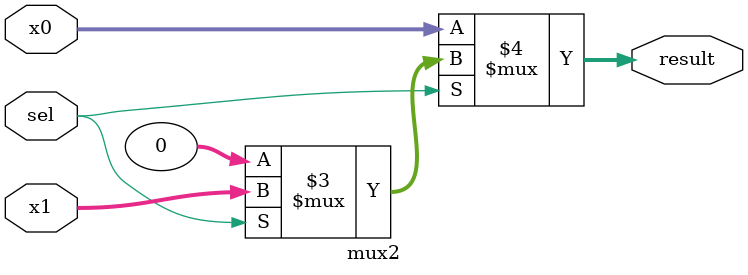
<source format=v>
`timescale 1ns / 1ps
module mux2(
	input [31:0] x0,
	input [31:0] x1,
	input sel,
	output [31:0] result
    );//s
	assign result = (sel == 1'b0) ? x0 : 
						(sel == 1'b1) ? x1 :
						32'h0000_0000; //error

endmodule

</source>
